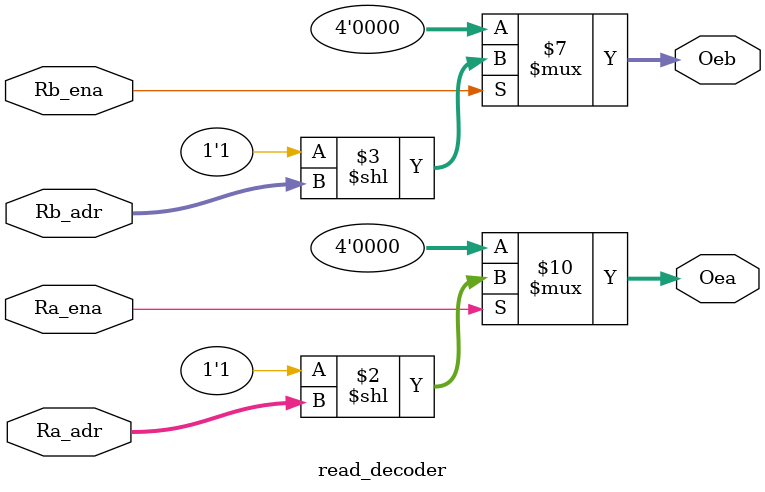
<source format=v>
/*
R. Antonio Orozco
5/26/2014
Homework6-Part5
This module implements a dual address read decoder for the register file
*/
module read_decoder( Ra_adr, Rb_adr, Ra_ena, Rb_ena, Oea, Oeb );
  parameter N = 2;
  localparam M = 2**N; //N^2
  input [N-1:0] Ra_adr, Rb_adr; //The input address to read from
  input Ra_ena, Rb_ena; //Read addres A or B enable
  output reg [M-1:0] Oea = 0, Oeb = 0; //Determines which swtich to close from the controlled buffer
  
  always @(Ra_adr, Rb_adr, Ra_ena, Rb_ena) begin
		if (Ra_ena) 
			Oea = 1'b1 << Ra_adr; //shift 1-bit into position
		else
			Oea = 0;
			
		if (Rb_ena)
			Oeb = 1'b1 << Rb_adr;
		else 
			//Oea = 0;
			Oeb = 0;
    
  end  // always
endmodule
</source>
